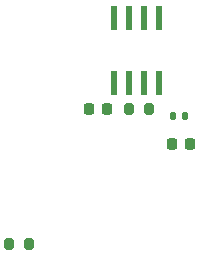
<source format=gbr>
%TF.GenerationSoftware,KiCad,Pcbnew,(6.0.4)*%
%TF.CreationDate,2023-03-08T20:25:47-05:00*%
%TF.ProjectId,Motor_module,4d6f746f-725f-46d6-9f64-756c652e6b69,rev?*%
%TF.SameCoordinates,Original*%
%TF.FileFunction,Paste,Bot*%
%TF.FilePolarity,Positive*%
%FSLAX46Y46*%
G04 Gerber Fmt 4.6, Leading zero omitted, Abs format (unit mm)*
G04 Created by KiCad (PCBNEW (6.0.4)) date 2023-03-08 20:25:47*
%MOMM*%
%LPD*%
G01*
G04 APERTURE LIST*
G04 Aperture macros list*
%AMRoundRect*
0 Rectangle with rounded corners*
0 $1 Rounding radius*
0 $2 $3 $4 $5 $6 $7 $8 $9 X,Y pos of 4 corners*
0 Add a 4 corners polygon primitive as box body*
4,1,4,$2,$3,$4,$5,$6,$7,$8,$9,$2,$3,0*
0 Add four circle primitives for the rounded corners*
1,1,$1+$1,$2,$3*
1,1,$1+$1,$4,$5*
1,1,$1+$1,$6,$7*
1,1,$1+$1,$8,$9*
0 Add four rect primitives between the rounded corners*
20,1,$1+$1,$2,$3,$4,$5,0*
20,1,$1+$1,$4,$5,$6,$7,0*
20,1,$1+$1,$6,$7,$8,$9,0*
20,1,$1+$1,$8,$9,$2,$3,0*%
G04 Aperture macros list end*
%ADD10RoundRect,0.200000X0.200000X0.275000X-0.200000X0.275000X-0.200000X-0.275000X0.200000X-0.275000X0*%
%ADD11RoundRect,0.200000X-0.200000X-0.275000X0.200000X-0.275000X0.200000X0.275000X-0.200000X0.275000X0*%
%ADD12RoundRect,0.225000X-0.225000X-0.250000X0.225000X-0.250000X0.225000X0.250000X-0.225000X0.250000X0*%
%ADD13RoundRect,0.140000X0.140000X0.170000X-0.140000X0.170000X-0.140000X-0.170000X0.140000X-0.170000X0*%
%ADD14R,0.600000X2.000000*%
G04 APERTURE END LIST*
D10*
%TO.C,R11*%
X137885000Y-86960000D03*
X136235000Y-86960000D03*
%TD*%
D11*
%TO.C,R5*%
X146395000Y-75500000D03*
X148045000Y-75500000D03*
%TD*%
D12*
%TO.C,C2*%
X142955000Y-75510000D03*
X144505000Y-75510000D03*
%TD*%
D13*
%TO.C,C7*%
X151080000Y-76130000D03*
X150120000Y-76130000D03*
%TD*%
D12*
%TO.C,C4*%
X149975000Y-78480000D03*
X151525000Y-78480000D03*
%TD*%
D14*
%TO.C,U3*%
X145075000Y-67815000D03*
X146345000Y-67815000D03*
X147615000Y-67815000D03*
X148885000Y-67815000D03*
X148885000Y-73265000D03*
X147615000Y-73265000D03*
X146345000Y-73265000D03*
X145075000Y-73265000D03*
%TD*%
M02*

</source>
